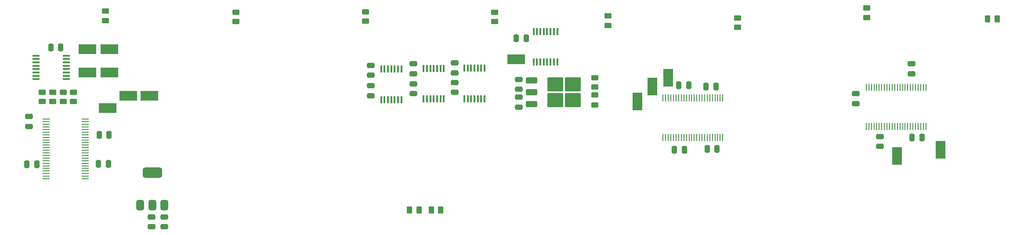
<source format=gtp>
%TF.GenerationSoftware,KiCad,Pcbnew,8.0.6*%
%TF.CreationDate,2025-03-15T00:46:26-07:00*%
%TF.ProjectId,input_pcb2,696e7075-745f-4706-9362-322e6b696361,rev?*%
%TF.SameCoordinates,Original*%
%TF.FileFunction,Paste,Top*%
%TF.FilePolarity,Positive*%
%FSLAX46Y46*%
G04 Gerber Fmt 4.6, Leading zero omitted, Abs format (unit mm)*
G04 Created by KiCad (PCBNEW 8.0.6) date 2025-03-15 00:46:26*
%MOMM*%
%LPD*%
G01*
G04 APERTURE LIST*
G04 Aperture macros list*
%AMRoundRect*
0 Rectangle with rounded corners*
0 $1 Rounding radius*
0 $2 $3 $4 $5 $6 $7 $8 $9 X,Y pos of 4 corners*
0 Add a 4 corners polygon primitive as box body*
4,1,4,$2,$3,$4,$5,$6,$7,$8,$9,$2,$3,0*
0 Add four circle primitives for the rounded corners*
1,1,$1+$1,$2,$3*
1,1,$1+$1,$4,$5*
1,1,$1+$1,$6,$7*
1,1,$1+$1,$8,$9*
0 Add four rect primitives between the rounded corners*
20,1,$1+$1,$2,$3,$4,$5,0*
20,1,$1+$1,$4,$5,$6,$7,0*
20,1,$1+$1,$6,$7,$8,$9,0*
20,1,$1+$1,$8,$9,$2,$3,0*%
G04 Aperture macros list end*
%ADD10RoundRect,0.250000X-0.475000X0.250000X-0.475000X-0.250000X0.475000X-0.250000X0.475000X0.250000X0*%
%ADD11R,3.450000X1.850000*%
%ADD12RoundRect,0.250000X-0.450000X0.262500X-0.450000X-0.262500X0.450000X-0.262500X0.450000X0.262500X0*%
%ADD13RoundRect,0.250000X0.262500X0.450000X-0.262500X0.450000X-0.262500X-0.450000X0.262500X-0.450000X0*%
%ADD14R,0.354800X1.461999*%
%ADD15RoundRect,0.250000X0.475000X-0.250000X0.475000X0.250000X-0.475000X0.250000X-0.475000X-0.250000X0*%
%ADD16RoundRect,0.250000X0.250000X0.475000X-0.250000X0.475000X-0.250000X-0.475000X0.250000X-0.475000X0*%
%ADD17R,1.850000X3.450000*%
%ADD18RoundRect,0.375000X0.375000X-0.625000X0.375000X0.625000X-0.375000X0.625000X-0.375000X-0.625000X0*%
%ADD19RoundRect,0.500000X1.400000X-0.500000X1.400000X0.500000X-1.400000X0.500000X-1.400000X-0.500000X0*%
%ADD20R,0.355600X1.409700*%
%ADD21RoundRect,0.250000X-0.250000X-0.475000X0.250000X-0.475000X0.250000X0.475000X-0.250000X0.475000X0*%
%ADD22R,1.461999X0.354800*%
%ADD23R,0.279400X1.404099*%
%ADD24RoundRect,0.243750X0.456250X-0.243750X0.456250X0.243750X-0.456250X0.243750X-0.456250X-0.243750X0*%
%ADD25RoundRect,0.250000X-0.262500X-0.450000X0.262500X-0.450000X0.262500X0.450000X-0.262500X0.450000X0*%
%ADD26R,1.404099X0.279400*%
%ADD27RoundRect,0.250000X0.450000X-0.262500X0.450000X0.262500X-0.450000X0.262500X-0.450000X-0.262500X0*%
%ADD28RoundRect,0.250000X-0.850000X-0.350000X0.850000X-0.350000X0.850000X0.350000X-0.850000X0.350000X0*%
%ADD29RoundRect,0.250000X-1.275000X-1.125000X1.275000X-1.125000X1.275000X1.125000X-1.275000X1.125000X0*%
G04 APERTURE END LIST*
D10*
%TO.C,C21*%
X123099916Y-96450000D03*
X123099916Y-98350000D03*
%TD*%
D11*
%TO.C,T11*%
X52300000Y-93800000D03*
%TD*%
D12*
%TO.C,R11*%
X130800000Y-86675000D03*
X130800000Y-88500000D03*
%TD*%
D13*
%TO.C,R15*%
X227612500Y-88000000D03*
X225787500Y-88000000D03*
%TD*%
D14*
%TO.C,U10*%
X138300000Y-96242000D03*
X138949998Y-96242000D03*
X139600000Y-96242000D03*
X140249998Y-96242000D03*
X140899997Y-96242000D03*
X141549998Y-96242000D03*
X142199997Y-96242000D03*
X142849998Y-96242000D03*
X142849998Y-90400000D03*
X142200000Y-90400000D03*
X141549998Y-90400000D03*
X140900000Y-90400000D03*
X140250001Y-90400000D03*
X139600000Y-90400000D03*
X138950001Y-90400000D03*
X138300000Y-90400000D03*
%TD*%
D11*
%TO.C,T9*%
X56500000Y-98300000D03*
%TD*%
D12*
%TO.C,R14*%
X202500000Y-85887500D03*
X202500000Y-87712500D03*
%TD*%
D15*
%TO.C,C18*%
X115099916Y-102400000D03*
X115099916Y-100500000D03*
%TD*%
%TO.C,C15*%
X211100000Y-98550000D03*
X211100000Y-96650000D03*
%TD*%
D12*
%TO.C,R10*%
X105900000Y-86587500D03*
X105900000Y-88412500D03*
%TD*%
D10*
%TO.C,C19*%
X115099916Y-96650000D03*
X115099916Y-98550000D03*
%TD*%
D11*
%TO.C,T13*%
X134900000Y-95800000D03*
%TD*%
D16*
%TO.C,C24*%
X136850000Y-91700000D03*
X134950000Y-91700000D03*
%TD*%
D17*
%TO.C,T2*%
X216700000Y-113200000D03*
%TD*%
D18*
%TO.C,U4*%
X62500000Y-123900000D03*
X64800000Y-123900000D03*
D19*
X64800000Y-117600000D03*
D18*
X67100000Y-123900000D03*
%TD*%
D11*
%TO.C,T12*%
X52300000Y-98300000D03*
%TD*%
D17*
%TO.C,T5*%
X158300000Y-103900000D03*
%TD*%
D11*
%TO.C,T8*%
X56200000Y-105200000D03*
%TD*%
D20*
%TO.C,U9*%
X117100000Y-103405500D03*
X117749986Y-103405500D03*
X118399972Y-103405500D03*
X119049958Y-103405500D03*
X119699944Y-103405500D03*
X120349930Y-103405500D03*
X120999916Y-103405500D03*
X120999916Y-97500000D03*
X120349930Y-97500000D03*
X119699944Y-97500000D03*
X119049958Y-97500000D03*
X118399972Y-97500000D03*
X117749986Y-97500000D03*
X117100000Y-97500000D03*
%TD*%
D10*
%TO.C,C8*%
X64700000Y-126150000D03*
X64700000Y-128050000D03*
%TD*%
D16*
%TO.C,C3*%
X42550000Y-116015868D03*
X40650000Y-116015868D03*
%TD*%
D15*
%TO.C,C7*%
X135400000Y-101550000D03*
X135400000Y-99650000D03*
%TD*%
D21*
%TO.C,C9*%
X171750000Y-113000000D03*
X173650000Y-113000000D03*
%TD*%
D22*
%TO.C,U6*%
X42400000Y-95050002D03*
X42400000Y-95700000D03*
X42400000Y-96350002D03*
X42400000Y-97000000D03*
X42400000Y-97649999D03*
X42400000Y-98300000D03*
X42400000Y-98949999D03*
X42400000Y-99600000D03*
X48242000Y-99600000D03*
X48242000Y-98950002D03*
X48242000Y-98300000D03*
X48242000Y-97650002D03*
X48242000Y-97000003D03*
X48242000Y-96350002D03*
X48242000Y-95700003D03*
X48242000Y-95050002D03*
%TD*%
D15*
%TO.C,C20*%
X123099916Y-102150000D03*
X123099916Y-100250000D03*
%TD*%
D12*
%TO.C,R7*%
X47600000Y-102087500D03*
X47600000Y-103912500D03*
%TD*%
D21*
%TO.C,C11*%
X171550000Y-101000000D03*
X173450000Y-101000000D03*
%TD*%
%TO.C,C10*%
X165450000Y-113200000D03*
X167350000Y-113200000D03*
%TD*%
D23*
%TO.C,U2*%
X174749999Y-103199149D03*
X174250000Y-103199149D03*
X173750001Y-103199149D03*
X173249999Y-103199149D03*
X172750000Y-103199149D03*
X172250001Y-103199149D03*
X171750000Y-103199149D03*
X171250001Y-103199149D03*
X170749999Y-103199149D03*
X170250000Y-103199149D03*
X169750001Y-103199149D03*
X169250000Y-103199149D03*
X168750000Y-103199149D03*
X168249999Y-103199149D03*
X167750000Y-103199149D03*
X167250001Y-103199149D03*
X166749999Y-103199149D03*
X166250000Y-103199149D03*
X165749999Y-103199149D03*
X165250000Y-103199149D03*
X164750001Y-103199149D03*
X164249999Y-103199149D03*
X163750000Y-103199149D03*
X163249999Y-103199149D03*
X163250001Y-110800851D03*
X163750000Y-110800851D03*
X164249999Y-110800851D03*
X164750001Y-110800851D03*
X165250000Y-110800851D03*
X165750001Y-110800851D03*
X166250000Y-110800851D03*
X166749999Y-110800851D03*
X167250001Y-110800851D03*
X167750000Y-110800851D03*
X168250002Y-110800851D03*
X168750000Y-110800851D03*
X169250000Y-110800851D03*
X169750001Y-110800851D03*
X170250000Y-110800851D03*
X170749999Y-110800851D03*
X171250001Y-110800851D03*
X171750000Y-110800851D03*
X172250001Y-110800851D03*
X172750000Y-110800851D03*
X173249999Y-110800851D03*
X173750001Y-110800851D03*
X174250000Y-110800851D03*
X174750001Y-110800851D03*
%TD*%
D24*
%TO.C,D1*%
X150100000Y-104537500D03*
X150100000Y-102662500D03*
%TD*%
D25*
%TO.C,R2*%
X118587500Y-124800000D03*
X120412500Y-124800000D03*
%TD*%
D21*
%TO.C,C12*%
X166300000Y-100800000D03*
X168200000Y-100800000D03*
%TD*%
D12*
%TO.C,R8*%
X55800000Y-86487500D03*
X55800000Y-88312500D03*
%TD*%
D11*
%TO.C,T10*%
X56500000Y-93800000D03*
%TD*%
D10*
%TO.C,C14*%
X200400000Y-102400000D03*
X200400000Y-104300000D03*
%TD*%
D11*
%TO.C,T6*%
X64200000Y-102800000D03*
%TD*%
D26*
%TO.C,U1*%
X51900000Y-118799999D03*
X51900000Y-118300000D03*
X51900000Y-117800001D03*
X51900000Y-117299999D03*
X51900000Y-116800000D03*
X51900000Y-116300001D03*
X51900000Y-115800000D03*
X51900000Y-115300001D03*
X51900000Y-114799999D03*
X51900000Y-114300000D03*
X51900000Y-113800001D03*
X51900000Y-113300000D03*
X51900000Y-112800000D03*
X51900000Y-112299999D03*
X51900000Y-111800000D03*
X51900000Y-111300001D03*
X51900000Y-110799999D03*
X51900000Y-110300000D03*
X51900000Y-109799999D03*
X51900000Y-109300000D03*
X51900000Y-108800001D03*
X51900000Y-108299999D03*
X51900000Y-107800000D03*
X51900000Y-107299999D03*
X44298298Y-107300001D03*
X44298298Y-107800000D03*
X44298298Y-108299999D03*
X44298298Y-108800001D03*
X44298298Y-109300000D03*
X44298298Y-109800001D03*
X44298298Y-110300000D03*
X44298298Y-110799999D03*
X44298298Y-111300001D03*
X44298298Y-111800000D03*
X44298298Y-112300002D03*
X44298298Y-112800000D03*
X44298298Y-113300000D03*
X44298298Y-113800001D03*
X44298298Y-114300000D03*
X44298298Y-114799999D03*
X44298298Y-115300001D03*
X44298298Y-115800000D03*
X44298298Y-116300001D03*
X44298298Y-116800000D03*
X44298298Y-117299999D03*
X44298298Y-117800001D03*
X44298298Y-118300000D03*
X44298298Y-118800001D03*
%TD*%
D17*
%TO.C,T1*%
X208300000Y-114400000D03*
%TD*%
D12*
%TO.C,R13*%
X177600000Y-87787500D03*
X177600000Y-89612500D03*
%TD*%
D20*
%TO.C,U7*%
X124949958Y-103352750D03*
X125599944Y-103352750D03*
X126249930Y-103352750D03*
X126899916Y-103352750D03*
X127549902Y-103352750D03*
X128199888Y-103352750D03*
X128849874Y-103352750D03*
X128849874Y-97447250D03*
X128199888Y-97447250D03*
X127549902Y-97447250D03*
X126899916Y-97447250D03*
X126249930Y-97447250D03*
X125599944Y-97447250D03*
X124949958Y-97447250D03*
%TD*%
D10*
%TO.C,C23*%
X106899916Y-96950000D03*
X106899916Y-98850000D03*
%TD*%
D21*
%TO.C,C2*%
X54550000Y-110300000D03*
X56450000Y-110300000D03*
%TD*%
%TO.C,C17*%
X211250000Y-110800000D03*
X213150000Y-110800000D03*
%TD*%
D23*
%TO.C,U5*%
X202399866Y-108752834D03*
X202899865Y-108752834D03*
X203399864Y-108752834D03*
X203899866Y-108752834D03*
X204399865Y-108752834D03*
X204899864Y-108752834D03*
X205399865Y-108752834D03*
X205899864Y-108752834D03*
X206399866Y-108752834D03*
X206899865Y-108752834D03*
X207399864Y-108752834D03*
X207899865Y-108752834D03*
X208399865Y-108752834D03*
X208899866Y-108752834D03*
X209399865Y-108752834D03*
X209899864Y-108752834D03*
X210399866Y-108752834D03*
X210899865Y-108752834D03*
X211399866Y-108752834D03*
X211899865Y-108752834D03*
X212399864Y-108752834D03*
X212899866Y-108752834D03*
X213399865Y-108752834D03*
X213899866Y-108752834D03*
X213899864Y-101151132D03*
X213399865Y-101151132D03*
X212899866Y-101151132D03*
X212399864Y-101151132D03*
X211899865Y-101151132D03*
X211399864Y-101151132D03*
X210899865Y-101151132D03*
X210399866Y-101151132D03*
X209899864Y-101151132D03*
X209399865Y-101151132D03*
X208899863Y-101151132D03*
X208399865Y-101151132D03*
X207899865Y-101151132D03*
X207399864Y-101151132D03*
X206899865Y-101151132D03*
X206399866Y-101151132D03*
X205899864Y-101151132D03*
X205399865Y-101151132D03*
X204899864Y-101151132D03*
X204399865Y-101151132D03*
X203899866Y-101151132D03*
X203399864Y-101151132D03*
X202899865Y-101151132D03*
X202399864Y-101151132D03*
%TD*%
D10*
%TO.C,C6*%
X67100000Y-126150000D03*
X67100000Y-128050000D03*
%TD*%
D17*
%TO.C,T4*%
X161200000Y-101000000D03*
%TD*%
D15*
%TO.C,C1*%
X41000000Y-108700000D03*
X41000000Y-106800000D03*
%TD*%
D12*
%TO.C,R6*%
X43600000Y-102087500D03*
X43600000Y-103912500D03*
%TD*%
D20*
%TO.C,U8*%
X108899972Y-103558250D03*
X109549958Y-103558250D03*
X110199944Y-103558250D03*
X110849930Y-103558250D03*
X111499916Y-103558250D03*
X112149902Y-103558250D03*
X112799888Y-103558250D03*
X112799888Y-97652750D03*
X112149902Y-97652750D03*
X111499916Y-97652750D03*
X110849930Y-97652750D03*
X110199944Y-97652750D03*
X109549958Y-97652750D03*
X108899972Y-97652750D03*
%TD*%
D15*
%TO.C,C22*%
X106899916Y-102750000D03*
X106899916Y-100850000D03*
%TD*%
D12*
%TO.C,R12*%
X152600000Y-87387500D03*
X152600000Y-89212500D03*
%TD*%
D15*
%TO.C,C5*%
X135400000Y-104950000D03*
X135400000Y-103050000D03*
%TD*%
D27*
%TO.C,R3*%
X150100000Y-101112500D03*
X150100000Y-99287500D03*
%TD*%
D17*
%TO.C,T3*%
X164200000Y-99300000D03*
%TD*%
D16*
%TO.C,C13*%
X47142000Y-93450002D03*
X45242000Y-93450002D03*
%TD*%
D12*
%TO.C,R5*%
X45600000Y-102087500D03*
X45600000Y-103912500D03*
%TD*%
D13*
%TO.C,R1*%
X116212500Y-124800000D03*
X114387500Y-124800000D03*
%TD*%
D12*
%TO.C,R9*%
X80900000Y-86687500D03*
X80900000Y-88512500D03*
%TD*%
D21*
%TO.C,C4*%
X54450000Y-115900000D03*
X56350000Y-115900000D03*
%TD*%
D28*
%TO.C,U3*%
X137860000Y-99820000D03*
X137860000Y-102100000D03*
D29*
X142485000Y-100575000D03*
X142485000Y-103625000D03*
X145835000Y-100575000D03*
X145835000Y-103625000D03*
D28*
X137860000Y-104380000D03*
%TD*%
D12*
%TO.C,R4*%
X49600000Y-102087500D03*
X49600000Y-103912500D03*
%TD*%
D11*
%TO.C,T7*%
X60200000Y-102800000D03*
%TD*%
D10*
%TO.C,C16*%
X205000000Y-110650000D03*
X205000000Y-112550000D03*
%TD*%
M02*

</source>
